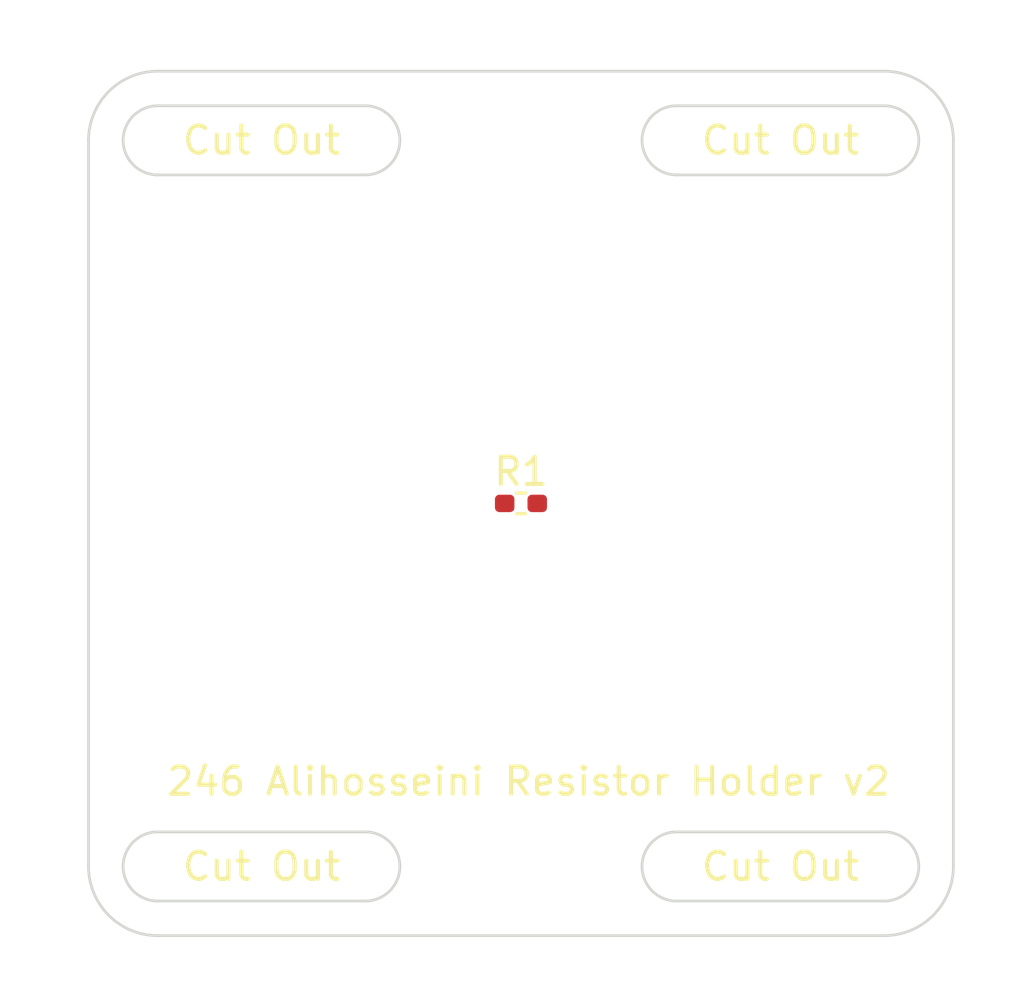
<source format=kicad_pcb>
(kicad_pcb (version 20221018) (generator pcbnew)
  (layers (0 "F.Cu" signal) (31 "B.Cu" signal) (34 "B.Paste" user) (35 "F.Paste" user) (36 "B.SilkS" user "B.Silkscreen") (37 "F.SilkS" user "F.Silkscreen") (38 "B.Mask" user) (39 "F.Mask" user) (44 "Edge.Cuts" user))
  (net 0 "")
  (net 1 "Net-(I+1-Pad1)")
  (net 2 "Net-(I-1-Pad1)")
  (footprint "_es_Mechanical:13.8 mil hole" (layer "F.Cu") (at 135.89 111.125)
    (fp_text reference "REF**" hide)
    (fp_text value "13.8 mil hole" hide)
    (pad "" np_thru_hole circle (at 0 0) (size 0.35052 0.35052) (drill 0.35052) (layers "F&B.Cu" "*.Mask"))
  )
  (footprint "_es_Mechanical:10 mil hole" (layer "F.Cu") (at 144.145 104.14)
    (fp_text reference "REF**" hide)
    (fp_text value "10 mil hole" hide)
    (pad "" np_thru_hole circle (at 0 0) (size 0.254 0.254) (drill 0.254) (layers "*.Cu" "*.Mask"))
  )
  (footprint "_es_Mechanical:10 mil hole" (layer "F.Cu") (at 141.605 104.14)
    (fp_text reference "REF**" hide)
    (fp_text value "10 mil hole" hide)
    (pad "" np_thru_hole circle (at 0 0) (size 0.254 0.254) (drill 0.254) (layers "*.Cu" "*.Mask"))
  )
  (footprint "_es_Mechanical:13.8 mil hole" (layer "F.Cu") (at 149.86 111.125)
    (fp_text reference "REF**" hide)
    (fp_text value "13.8 mil hole" hide)
    (pad "" np_thru_hole circle (at 0 0) (size 0.35052 0.35052) (drill 0.35052) (layers "F&B.Cu" "*.Mask"))
  )
  (footprint "Resistor_SMD:R_0402_1005Metric_Pad0.72x0.64mm_HandSolder" (layer "F.Cu") (at 142.875 111.125)
    (fp_text reference "R1" (at 0 -1.17) (layer "F.SilkS"))
    (fp_text value "R_Small_US" hide)
    (fp_line (start -0.167621 -0.38) (end 0.167621 -0.38) (stroke (width 0.12)) (layer "F.SilkS"))
    (fp_line (start -0.167621 0.38) (end 0.167621 0.38) (stroke (width 0.12)) (layer "F.SilkS"))
    (pad "1" smd roundrect (at -0.5975 0) (size 0.715 0.64) (layers "F.Cu" "F.Paste" "F.Mask") (net 1 "Net-(I+1-Pad1)"))
    (pad "2" smd roundrect (at 0.5975 0) (size 0.715 0.64) (layers "F.Cu" "F.Paste" "F.Mask") (net 2 "Net-(I-1-Pad1)"))
  )
  (footprint "_es_Mechanical:10 mil hole" (layer "F.Cu") (at 144.145 118.11)
    (fp_text reference "REF**" hide)
    (fp_text value "10 mil hole" hide)
    (pad "" np_thru_hole circle (at 0 0) (size 0.254 0.254) (drill 0.254) (layers "*.Cu" "*.Mask"))
  )
  (footprint "_es_Mechanical:10 mil hole" (layer "F.Cu") (at 141.605 118.11)
    (fp_text reference "REF**" hide)
    (fp_text value "10 mil hole" hide)
    (pad "" np_thru_hole circle (at 0 0) (size 0.254 0.254) (drill 0.254) (layers "*.Cu" "*.Mask"))
  )
  (footprint "_es_Mechanical:10 mil hole" (layer "F.Cu") (at 142.875 104.14)
    (fp_text reference "REF**" hide)
    (fp_text value "10 mil hole" hide)
    (pad "" np_thru_hole circle (at 0 0) (size 0.254 0.254) (drill 0.254) (layers "*.Cu" "*.Mask"))
  )
  (footprint "_es_Mechanical:10 mil hole" (layer "F.Cu") (at 142.875 118.11)
    (fp_text reference "REF**" hide)
    (fp_text value "10 mil hole" hide)
    (pad "" np_thru_hole circle (at 0 0) (size 0.254 0.254) (drill 0.254) (layers "*.Cu" "*.Mask"))
  )
  (gr_line (start 156.21 95.25) (end 129.54 95.25) (stroke (width 0.1)) (layer "Edge.Cuts"))
  (gr_line (start 127 97.79) (end 127 124.46) (stroke (width 0.1)) (layer "Edge.Cuts"))
  (gr_arc (start 129.54 125.73) (mid 128.27 124.46) (end 129.54 123.19) (stroke (width 0.1)) (layer "Edge.Cuts"))
  (gr_line (start 129.54 96.52) (end 137.16 96.52) (stroke (width 0.1)) (layer "Edge.Cuts"))
  (gr_arc (start 129.54 99.06) (mid 128.27 97.79) (end 129.54 96.52) (stroke (width 0.1)) (layer "Edge.Cuts"))
  (gr_line (start 156.21 99.06) (end 148.59 99.06) (stroke (width 0.1)) (layer "Edge.Cuts"))
  (gr_arc (start 158.75 124.46) (mid 158.006051 126.256051) (end 156.21 127) (stroke (width 0.1)) (layer "Edge.Cuts"))
  (gr_line (start 148.59 123.19) (end 156.21 123.19) (stroke (width 0.1)) (layer "Edge.Cuts"))
  (gr_line (start 129.54 123.19) (end 137.16 123.19) (stroke (width 0.1)) (layer "Edge.Cuts"))
  (gr_line (start 158.75 124.46) (end 158.75 97.79) (stroke (width 0.1)) (layer "Edge.Cuts"))
  (gr_arc (start 148.59 99.06) (mid 147.32 97.79) (end 148.59 96.52) (stroke (width 0.1)) (layer "Edge.Cuts"))
  (gr_arc (start 156.21 96.52) (mid 157.48 97.79) (end 156.21 99.06) (stroke (width 0.1)) (layer "Edge.Cuts"))
  (gr_arc (start 127 97.79) (mid 127.743949 95.993949) (end 129.54 95.25) (stroke (width 0.1)) (layer "Edge.Cuts"))
  (gr_line (start 156.21 125.73) (end 148.59 125.73) (stroke (width 0.1)) (layer "Edge.Cuts"))
  (gr_arc (start 137.16 96.52) (mid 138.43 97.79) (end 137.16 99.06) (stroke (width 0.1)) (layer "Edge.Cuts"))
  (gr_arc (start 129.54 127) (mid 127.743949 126.256051) (end 127 124.46) (stroke (width 0.1)) (layer "Edge.Cuts"))
  (gr_arc (start 156.21 123.19) (mid 157.48 124.46) (end 156.21 125.73) (stroke (width 0.1)) (layer "Edge.Cuts"))
  (gr_arc (start 148.59 125.73) (mid 147.32 124.46) (end 148.59 123.19) (stroke (width 0.1)) (layer "Edge.Cuts"))
  (gr_line (start 137.16 125.73) (end 129.54 125.73) (stroke (width 0.1)) (layer "Edge.Cuts"))
  (gr_line (start 137.16 99.06) (end 129.54 99.06) (stroke (width 0.1)) (layer "Edge.Cuts"))
  (gr_arc (start 137.16 123.19) (mid 138.43 124.46) (end 137.16 125.73) (stroke (width 0.1)) (layer "Edge.Cuts"))
  (gr_line (start 148.59 96.52) (end 156.21 96.52) (stroke (width 0.1)) (layer "Edge.Cuts"))
  (gr_arc (start 156.21 95.25) (mid 158.006051 95.993949) (end 158.75 97.79) (stroke (width 0.1)) (layer "Edge.Cuts"))
  (gr_line (start 129.54 127) (end 156.21 127) (stroke (width 0.1)) (layer "Edge.Cuts"))
  (gr_text "246 Alihosseini Resistor Holder v2" (at 129.794 121.92) (layer "F.SilkS") (effects (font (size 1 1)) (justify left bottom)))
  (gr_text "Cut Out" (at 133.35 97.79) (layer "F.SilkS") (effects (font (size 1 1))))
  (gr_text "Cut Out" (at 152.4 97.79) (layer "F.SilkS") (effects (font (size 1 1))))
  (gr_text "Cut Out" (at 133.35 124.46) (layer "F.SilkS") (effects (font (size 1 1))))
  (gr_text "Cut Out" (at 152.4 124.46) (layer "F.SilkS") (effects (font (size 1 1))))
  (segment (start 142.24 111.0875) (end 142.2775 111.125) (width 0.25) (layer "F.Cu") (net 1))
  (segment (start 143.51 111.0875) (end 143.4725 111.125) (width 0.25) (layer "F.Cu") (net 2))
)
</source>
